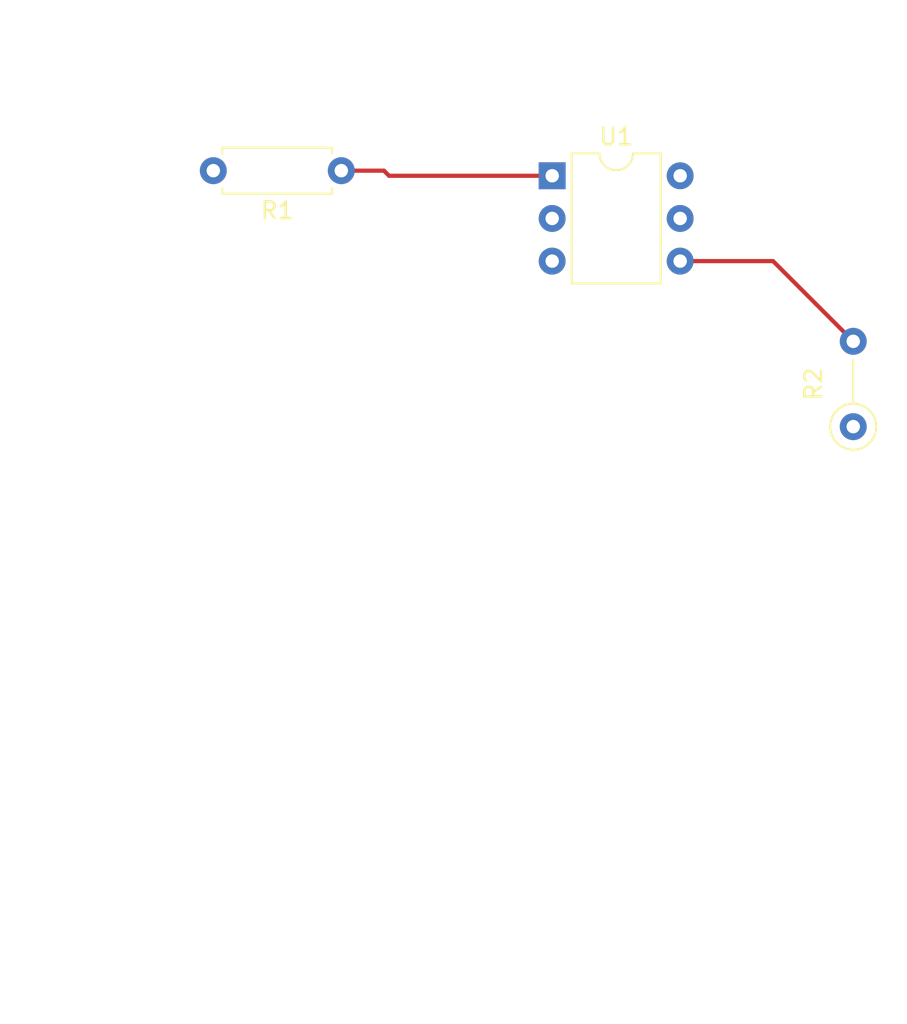
<source format=kicad_pcb>
(kicad_pcb (version 20171130) (host pcbnew "(5.1.2)-2")

  (general
    (thickness 1.6)
    (drawings 0)
    (tracks 5)
    (zones 0)
    (modules 3)
    (nets 8)
  )

  (page A4)
  (layers
    (0 F.Cu signal)
    (31 B.Cu signal)
    (32 B.Adhes user)
    (33 F.Adhes user)
    (34 B.Paste user)
    (35 F.Paste user)
    (36 B.SilkS user)
    (37 F.SilkS user)
    (38 B.Mask user)
    (39 F.Mask user)
    (40 Dwgs.User user)
    (41 Cmts.User user)
    (42 Eco1.User user)
    (43 Eco2.User user)
    (44 Edge.Cuts user)
    (45 Margin user)
    (46 B.CrtYd user)
    (47 F.CrtYd user)
    (48 B.Fab user)
    (49 F.Fab user)
  )

  (setup
    (last_trace_width 0.25)
    (user_trace_width 0.4)
    (trace_clearance 0.2)
    (zone_clearance 0.508)
    (zone_45_only no)
    (trace_min 0.2)
    (via_size 0.8)
    (via_drill 0.4)
    (via_min_size 0.4)
    (via_min_drill 0.3)
    (uvia_size 0.3)
    (uvia_drill 0.1)
    (uvias_allowed no)
    (uvia_min_size 0.2)
    (uvia_min_drill 0.1)
    (edge_width 0.05)
    (segment_width 0.2)
    (pcb_text_width 0.3)
    (pcb_text_size 1.5 1.5)
    (mod_edge_width 0.12)
    (mod_text_size 1 1)
    (mod_text_width 0.15)
    (pad_size 1.524 1.524)
    (pad_drill 0.762)
    (pad_to_mask_clearance 0.051)
    (solder_mask_min_width 0.25)
    (aux_axis_origin 0 0)
    (visible_elements 7FFFFFFF)
    (pcbplotparams
      (layerselection 0x010fc_ffffffff)
      (usegerberextensions false)
      (usegerberattributes false)
      (usegerberadvancedattributes false)
      (creategerberjobfile false)
      (excludeedgelayer true)
      (linewidth 0.100000)
      (plotframeref false)
      (viasonmask false)
      (mode 1)
      (useauxorigin false)
      (hpglpennumber 1)
      (hpglpenspeed 20)
      (hpglpendiameter 15.000000)
      (psnegative false)
      (psa4output false)
      (plotreference true)
      (plotvalue true)
      (plotinvisibletext false)
      (padsonsilk false)
      (subtractmaskfromsilk false)
      (outputformat 1)
      (mirror false)
      (drillshape 1)
      (scaleselection 1)
      (outputdirectory ""))
  )

  (net 0 "")
  (net 1 "Net-(R1-Pad1)")
  (net 2 +24V)
  (net 3 GND)
  (net 4 +5V)
  (net 5 "Net-(U1-Pad3)")
  (net 6 "Net-(U1-Pad6)")
  (net 7 "Net-(U1-Pad2)")

  (net_class Default "Esta es la clase de red por defecto."
    (clearance 0.2)
    (trace_width 0.25)
    (via_dia 0.8)
    (via_drill 0.4)
    (uvia_dia 0.3)
    (uvia_drill 0.1)
    (add_net +24V)
    (add_net +5V)
    (add_net GND)
    (add_net "Net-(R1-Pad1)")
    (add_net "Net-(U1-Pad2)")
    (add_net "Net-(U1-Pad3)")
    (add_net "Net-(U1-Pad6)")
  )

  (module Resistor_THT:R_Axial_DIN0207_L6.3mm_D2.5mm_P7.62mm_Horizontal (layer F.Cu) (tedit 5AE5139B) (tstamp 5D145894)
    (at 137.16 86.36 180)
    (descr "Resistor, Axial_DIN0207 series, Axial, Horizontal, pin pitch=7.62mm, 0.25W = 1/4W, length*diameter=6.3*2.5mm^2, http://cdn-reichelt.de/documents/datenblatt/B400/1_4W%23YAG.pdf")
    (tags "Resistor Axial_DIN0207 series Axial Horizontal pin pitch 7.62mm 0.25W = 1/4W length 6.3mm diameter 2.5mm")
    (path /5D13AD9D)
    (fp_text reference R1 (at 3.81 -2.37) (layer F.SilkS)
      (effects (font (size 1 1) (thickness 0.15)))
    )
    (fp_text value 1K (at 3.81 2.37) (layer F.Fab)
      (effects (font (size 1 1) (thickness 0.15)))
    )
    (fp_line (start 0.66 -1.25) (end 0.66 1.25) (layer F.Fab) (width 0.1))
    (fp_line (start 0.66 1.25) (end 6.96 1.25) (layer F.Fab) (width 0.1))
    (fp_line (start 6.96 1.25) (end 6.96 -1.25) (layer F.Fab) (width 0.1))
    (fp_line (start 6.96 -1.25) (end 0.66 -1.25) (layer F.Fab) (width 0.1))
    (fp_line (start 0 0) (end 0.66 0) (layer F.Fab) (width 0.1))
    (fp_line (start 7.62 0) (end 6.96 0) (layer F.Fab) (width 0.1))
    (fp_line (start 0.54 -1.04) (end 0.54 -1.37) (layer F.SilkS) (width 0.12))
    (fp_line (start 0.54 -1.37) (end 7.08 -1.37) (layer F.SilkS) (width 0.12))
    (fp_line (start 7.08 -1.37) (end 7.08 -1.04) (layer F.SilkS) (width 0.12))
    (fp_line (start 0.54 1.04) (end 0.54 1.37) (layer F.SilkS) (width 0.12))
    (fp_line (start 0.54 1.37) (end 7.08 1.37) (layer F.SilkS) (width 0.12))
    (fp_line (start 7.08 1.37) (end 7.08 1.04) (layer F.SilkS) (width 0.12))
    (fp_line (start -1.05 -1.5) (end -1.05 1.5) (layer F.CrtYd) (width 0.05))
    (fp_line (start -1.05 1.5) (end 8.67 1.5) (layer F.CrtYd) (width 0.05))
    (fp_line (start 8.67 1.5) (end 8.67 -1.5) (layer F.CrtYd) (width 0.05))
    (fp_line (start 8.67 -1.5) (end -1.05 -1.5) (layer F.CrtYd) (width 0.05))
    (fp_text user %R (at 3.81 0) (layer F.Fab)
      (effects (font (size 1 1) (thickness 0.15)))
    )
    (pad 1 thru_hole circle (at 0 0 180) (size 1.6 1.6) (drill 0.8) (layers *.Cu *.Mask)
      (net 1 "Net-(R1-Pad1)"))
    (pad 2 thru_hole oval (at 7.62 0 180) (size 1.6 1.6) (drill 0.8) (layers *.Cu *.Mask)
      (net 2 +24V))
    (model ${KISYS3DMOD}/Resistor_THT.3dshapes/R_Axial_DIN0207_L6.3mm_D2.5mm_P7.62mm_Horizontal.wrl
      (at (xyz 0 0 0))
      (scale (xyz 1 1 1))
      (rotate (xyz 0 0 0))
    )
  )

  (module Resistor_THT:R_Axial_DIN0207_L6.3mm_D2.5mm_P5.08mm_Vertical (layer F.Cu) (tedit 5AE5139B) (tstamp 5D1458A3)
    (at 167.64 101.6 90)
    (descr "Resistor, Axial_DIN0207 series, Axial, Vertical, pin pitch=5.08mm, 0.25W = 1/4W, length*diameter=6.3*2.5mm^2, http://cdn-reichelt.de/documents/datenblatt/B400/1_4W%23YAG.pdf")
    (tags "Resistor Axial_DIN0207 series Axial Vertical pin pitch 5.08mm 0.25W = 1/4W length 6.3mm diameter 2.5mm")
    (path /5D13B706)
    (fp_text reference R2 (at 2.54 -2.37 90) (layer F.SilkS)
      (effects (font (size 1 1) (thickness 0.15)))
    )
    (fp_text value 10K (at 2.54 2.37 90) (layer F.Fab)
      (effects (font (size 1 1) (thickness 0.15)))
    )
    (fp_circle (center 0 0) (end 1.25 0) (layer F.Fab) (width 0.1))
    (fp_circle (center 0 0) (end 1.37 0) (layer F.SilkS) (width 0.12))
    (fp_line (start 0 0) (end 5.08 0) (layer F.Fab) (width 0.1))
    (fp_line (start 1.37 0) (end 3.98 0) (layer F.SilkS) (width 0.12))
    (fp_line (start -1.5 -1.5) (end -1.5 1.5) (layer F.CrtYd) (width 0.05))
    (fp_line (start -1.5 1.5) (end 6.13 1.5) (layer F.CrtYd) (width 0.05))
    (fp_line (start 6.13 1.5) (end 6.13 -1.5) (layer F.CrtYd) (width 0.05))
    (fp_line (start 6.13 -1.5) (end -1.5 -1.5) (layer F.CrtYd) (width 0.05))
    (fp_text user %R (at 2.54 -2.37 90) (layer F.Fab)
      (effects (font (size 1 1) (thickness 0.15)))
    )
    (pad 1 thru_hole circle (at 0 0 90) (size 1.6 1.6) (drill 0.8) (layers *.Cu *.Mask)
      (net 3 GND))
    (pad 2 thru_hole oval (at 5.08 0 90) (size 1.6 1.6) (drill 0.8) (layers *.Cu *.Mask)
      (net 4 +5V))
    (model ${KISYS3DMOD}/Resistor_THT.3dshapes/R_Axial_DIN0207_L6.3mm_D2.5mm_P5.08mm_Vertical.wrl
      (at (xyz 0 0 0))
      (scale (xyz 1 1 1))
      (rotate (xyz 0 0 0))
    )
  )

  (module Package_DIP:DIP-6_W7.62mm (layer F.Cu) (tedit 5A02E8C5) (tstamp 5D1458BD)
    (at 149.715001 86.665001)
    (descr "6-lead though-hole mounted DIP package, row spacing 7.62 mm (300 mils)")
    (tags "THT DIP DIL PDIP 2.54mm 7.62mm 300mil")
    (path /5D138CB7)
    (fp_text reference U1 (at 3.81 -2.33) (layer F.SilkS)
      (effects (font (size 1 1) (thickness 0.15)))
    )
    (fp_text value 4N35 (at 3.81 7.41) (layer F.Fab)
      (effects (font (size 1 1) (thickness 0.15)))
    )
    (fp_arc (start 3.81 -1.33) (end 2.81 -1.33) (angle -180) (layer F.SilkS) (width 0.12))
    (fp_line (start 1.635 -1.27) (end 6.985 -1.27) (layer F.Fab) (width 0.1))
    (fp_line (start 6.985 -1.27) (end 6.985 6.35) (layer F.Fab) (width 0.1))
    (fp_line (start 6.985 6.35) (end 0.635 6.35) (layer F.Fab) (width 0.1))
    (fp_line (start 0.635 6.35) (end 0.635 -0.27) (layer F.Fab) (width 0.1))
    (fp_line (start 0.635 -0.27) (end 1.635 -1.27) (layer F.Fab) (width 0.1))
    (fp_line (start 2.81 -1.33) (end 1.16 -1.33) (layer F.SilkS) (width 0.12))
    (fp_line (start 1.16 -1.33) (end 1.16 6.41) (layer F.SilkS) (width 0.12))
    (fp_line (start 1.16 6.41) (end 6.46 6.41) (layer F.SilkS) (width 0.12))
    (fp_line (start 6.46 6.41) (end 6.46 -1.33) (layer F.SilkS) (width 0.12))
    (fp_line (start 6.46 -1.33) (end 4.81 -1.33) (layer F.SilkS) (width 0.12))
    (fp_line (start -1.1 -1.55) (end -1.1 6.6) (layer F.CrtYd) (width 0.05))
    (fp_line (start -1.1 6.6) (end 8.7 6.6) (layer F.CrtYd) (width 0.05))
    (fp_line (start 8.7 6.6) (end 8.7 -1.55) (layer F.CrtYd) (width 0.05))
    (fp_line (start 8.7 -1.55) (end -1.1 -1.55) (layer F.CrtYd) (width 0.05))
    (fp_text user %R (at 3.81 2.54) (layer F.Fab)
      (effects (font (size 1 1) (thickness 0.15)))
    )
    (pad 1 thru_hole rect (at 0 0) (size 1.6 1.6) (drill 0.8) (layers *.Cu *.Mask)
      (net 1 "Net-(R1-Pad1)"))
    (pad 4 thru_hole oval (at 7.62 5.08) (size 1.6 1.6) (drill 0.8) (layers *.Cu *.Mask)
      (net 4 +5V))
    (pad 2 thru_hole oval (at 0 2.54) (size 1.6 1.6) (drill 0.8) (layers *.Cu *.Mask)
      (net 7 "Net-(U1-Pad2)"))
    (pad 5 thru_hole oval (at 7.62 2.54) (size 1.6 1.6) (drill 0.8) (layers *.Cu *.Mask)
      (net 4 +5V))
    (pad 3 thru_hole oval (at 0 5.08) (size 1.6 1.6) (drill 0.8) (layers *.Cu *.Mask)
      (net 5 "Net-(U1-Pad3)"))
    (pad 6 thru_hole oval (at 7.62 0) (size 1.6 1.6) (drill 0.8) (layers *.Cu *.Mask)
      (net 6 "Net-(U1-Pad6)"))
    (model ${KISYS3DMOD}/Package_DIP.3dshapes/DIP-6_W7.62mm.wrl
      (at (xyz 0 0 0))
      (scale (xyz 1 1 1))
      (rotate (xyz 0 0 0))
    )
  )

  (segment (start 140.005001 86.665001) (end 149.715001 86.665001) (width 0.25) (layer F.Cu) (net 1))
  (segment (start 139.7 86.36) (end 140.005001 86.665001) (width 0.25) (layer F.Cu) (net 1))
  (segment (start 137.16 86.36) (end 139.7 86.36) (width 0.25) (layer F.Cu) (net 1))
  (segment (start 162.865001 91.745001) (end 167.64 96.52) (width 0.25) (layer F.Cu) (net 4))
  (segment (start 157.335001 91.745001) (end 162.865001 91.745001) (width 0.25) (layer F.Cu) (net 4))

  (zone (net 3) (net_name GND) (layer F.Cu) (tstamp 5D1479AA) (hatch edge 0.508)
    (connect_pads (clearance 0.508))
    (min_thickness 0.254)
    (fill yes (arc_segments 32) (thermal_gap 0.508) (thermal_bridge_width 0.508))
    (polygon
      (pts
        (xy 116.84 76.2) (xy 152.4 76.2) (xy 152.4 137.16) (xy 116.84 137.16)
      )
    )
  )
)

</source>
